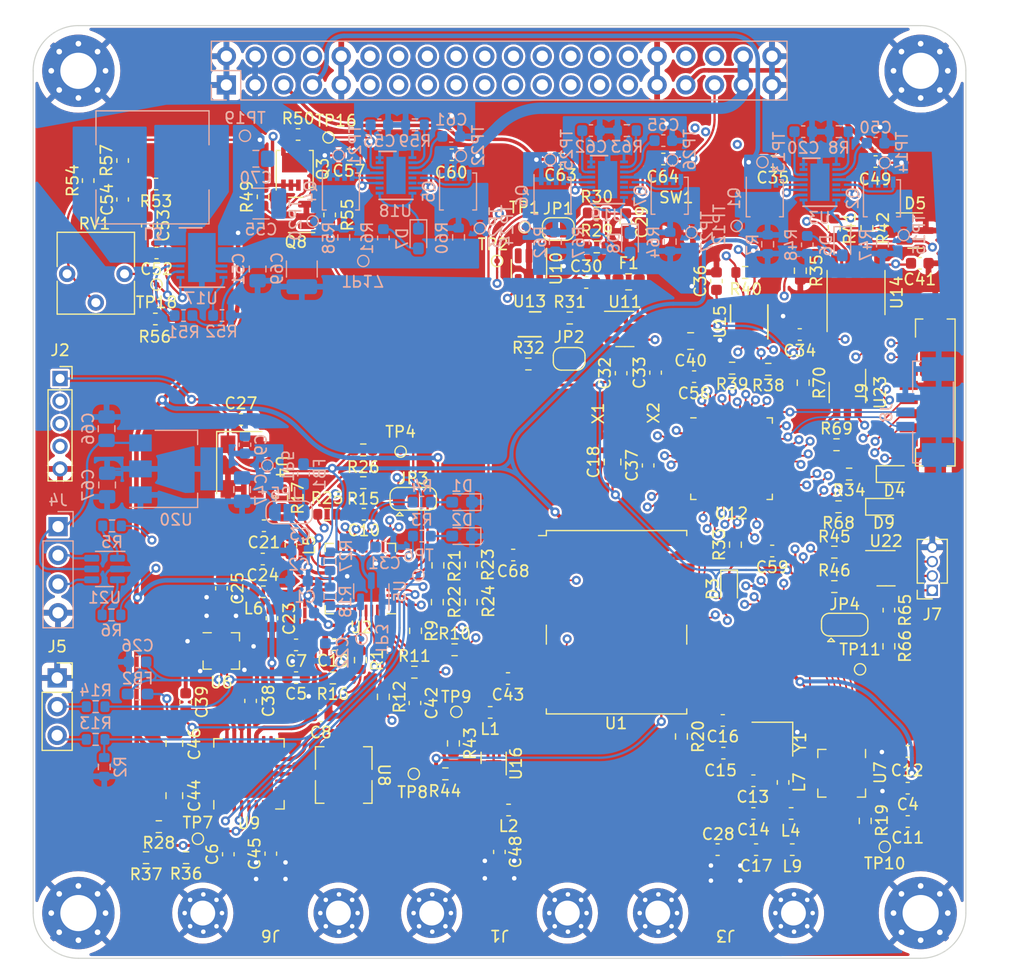
<source format=kicad_pcb>
(kicad_pcb (version 20211014) (generator pcbnew)

  (general
    (thickness 4.69)
  )

  (paper "A4")
  (layers
    (0 "F.Cu" signal)
    (1 "In1.Cu" signal)
    (2 "In2.Cu" signal)
    (31 "B.Cu" signal)
    (32 "B.Adhes" user "B.Adhesive")
    (33 "F.Adhes" user "F.Adhesive")
    (34 "B.Paste" user)
    (35 "F.Paste" user)
    (36 "B.SilkS" user "B.Silkscreen")
    (37 "F.SilkS" user "F.Silkscreen")
    (38 "B.Mask" user)
    (39 "F.Mask" user)
    (40 "Dwgs.User" user "User.Drawings")
    (41 "Cmts.User" user "User.Comments")
    (42 "Eco1.User" user "User.Eco1")
    (43 "Eco2.User" user "User.Eco2")
    (44 "Edge.Cuts" user)
    (45 "Margin" user)
    (46 "B.CrtYd" user "B.Courtyard")
    (47 "F.CrtYd" user "F.Courtyard")
    (48 "B.Fab" user)
    (49 "F.Fab" user)
    (50 "User.1" user)
    (51 "User.2" user)
    (52 "User.3" user)
    (53 "User.4" user)
    (54 "User.5" user)
    (55 "User.6" user)
    (56 "User.7" user)
    (57 "User.8" user)
    (58 "User.9" user)
  )

  (setup
    (stackup
      (layer "F.SilkS" (type "Top Silk Screen"))
      (layer "F.Paste" (type "Top Solder Paste"))
      (layer "F.Mask" (type "Top Solder Mask") (thickness 0.01))
      (layer "F.Cu" (type "copper") (thickness 0.035))
      (layer "dielectric 1" (type "core") (thickness 1.51) (material "FR4") (epsilon_r 4.5) (loss_tangent 0.02))
      (layer "In1.Cu" (type "copper") (thickness 0.035))
      (layer "dielectric 2" (type "prepreg") (thickness 1.51) (material "FR4") (epsilon_r 4.5) (loss_tangent 0.02))
      (layer "In2.Cu" (type "copper") (thickness 0.035))
      (layer "dielectric 3" (type "core") (thickness 1.51) (material "FR4") (epsilon_r 4.5) (loss_tangent 0.02))
      (layer "B.Cu" (type "copper") (thickness 0.035))
      (layer "B.Mask" (type "Bottom Solder Mask") (thickness 0.01))
      (layer "B.Paste" (type "Bottom Solder Paste"))
      (layer "B.SilkS" (type "Bottom Silk Screen"))
      (copper_finish "None")
      (dielectric_constraints no)
    )
    (pad_to_mask_clearance 0)
    (pcbplotparams
      (layerselection 0x00010fc_ffffffff)
      (disableapertmacros false)
      (usegerberextensions false)
      (usegerberattributes true)
      (usegerberadvancedattributes true)
      (creategerberjobfile true)
      (svguseinch false)
      (svgprecision 6)
      (excludeedgelayer true)
      (plotframeref false)
      (viasonmask false)
      (mode 1)
      (useauxorigin false)
      (hpglpennumber 1)
      (hpglpenspeed 20)
      (hpglpendiameter 15.000000)
      (dxfpolygonmode true)
      (dxfimperialunits true)
      (dxfusepcbnewfont true)
      (psnegative false)
      (psa4output false)
      (plotreference true)
      (plotvalue true)
      (plotinvisibletext false)
      (sketchpadsonfab false)
      (subtractmaskfromsilk false)
      (outputformat 1)
      (mirror false)
      (drillshape 1)
      (scaleselection 1)
      (outputdirectory "")
    )
  )

  (net 0 "")
  (net 1 "Net-(C1-Pad1)")
  (net 2 "GND")
  (net 3 "+3V3")
  (net 4 "/OpenLST (Beacon)/PA_VAPC")
  (net 5 "+3V8")
  (net 6 "/OpenLST (Beacon)/VDD_USB_LST")
  (net 7 "Net-(C12-Pad1)")
  (net 8 "Net-(C13-Pad2)")
  (net 9 "Net-(C15-Pad1)")
  (net 10 "Net-(C16-Pad1)")
  (net 11 "Net-(C17-Pad1)")
  (net 12 "Net-(C17-Pad2)")
  (net 13 "/MCU/MCU_POWER")
  (net 14 "Net-(C19-Pad1)")
  (net 15 "/3V3 power share/VCC_EN")
  (net 16 "Net-(C21-Pad2)")
  (net 17 "Net-(C22-Pad1)")
  (net 18 "Net-(C23-Pad2)")
  (net 19 "Net-(C24-Pad1)")
  (net 20 "Net-(C24-Pad2)")
  (net 21 "Net-(C25-Pad2)")
  (net 22 "Net-(C26-Pad1)")
  (net 23 "Net-(C29-Pad1)")
  (net 24 "/3V3 power share/EPS#1")
  (net 25 "Net-(C35-Pad2)")
  (net 26 "Net-(C38-Pad1)")
  (net 27 "Net-(C38-Pad2)")
  (net 28 "Net-(C39-Pad1)")
  (net 29 "Net-(C39-Pad2)")
  (net 30 "/MCU/VREF")
  (net 31 "Net-(C42-Pad1)")
  (net 32 "Net-(C43-Pad1)")
  (net 33 "Net-(C43-Pad2)")
  (net 34 "Net-(C45-Pad1)")
  (net 35 "Net-(C45-Pad2)")
  (net 36 "Net-(C48-Pad1)")
  (net 37 "Net-(C48-Pad2)")
  (net 38 "Net-(C49-Pad1)")
  (net 39 "/3V3 power share/EPS#2")
  (net 40 "Net-(C50-Pad1)")
  (net 41 "VIN")
  (net 42 "Net-(C52-Pad1)")
  (net 43 "Net-(C52-Pad2)")
  (net 44 "Net-(C53-Pad1)")
  (net 45 "Net-(C54-Pad1)")
  (net 46 "/Power Convertor/VBAT1/VCC_EN")
  (net 47 "/Power Convertor/EPS#1_VBAT")
  (net 48 "Net-(C57-Pad2)")
  (net 49 "Net-(C60-Pad1)")
  (net 50 "/Power Convertor/EPS#2_VBAT")
  (net 51 "Net-(C61-Pad1)")
  (net 52 "/5V power share/VCC_EN")
  (net 53 "/5V power share/EPS#1")
  (net 54 "Net-(C63-Pad2)")
  (net 55 "Net-(C64-Pad1)")
  (net 56 "/5V power share/EPS#2")
  (net 57 "Net-(C65-Pad1)")
  (net 58 "/OpenLST (Beacon)/USB_POWER_LST")
  (net 59 "Net-(D1-Pad2)")
  (net 60 "Net-(D2-Pad2)")
  (net 61 "Net-(D3-Pad1)")
  (net 62 "Net-(D4-Pad1)")
  (net 63 "/MCU/CAN_L")
  (net 64 "/MCU/CAN_H")
  (net 65 "Net-(D6-Pad1)")
  (net 66 "Net-(D6-Pad2)")
  (net 67 "Net-(D7-Pad1)")
  (net 68 "Net-(D7-Pad2)")
  (net 69 "Net-(D8-Pad1)")
  (net 70 "Net-(D8-Pad2)")
  (net 71 "Net-(D9-Pad1)")
  (net 72 "Net-(F1-Pad2)")
  (net 73 "Net-(FB1-Pad1)")
  (net 74 "/OpenLST (Beacon)/PROG_DD")
  (net 75 "/OpenLST (Beacon)/PROG_DC")
  (net 76 "/OpenLST (Beacon)/~{LST_RESET}")
  (net 77 "Net-(J4-Pad2)")
  (net 78 "Net-(J4-Pad3)")
  (net 79 "Net-(J5-Pad2)")
  (net 80 "Net-(J5-Pad3)")
  (net 81 "/MCU/USB_POWER")
  (net 82 "Net-(J7-Pad2)")
  (net 83 "Net-(J7-Pad3)")
  (net 84 "/MCU/SWCLK")
  (net 85 "/MCU/SWDIO")
  (net 86 "/MCU/QSPI_D1{slash}CAM_CSN")
  (net 87 "/MCU/QSPI_D2{slash}CAM_MOSI")
  (net 88 "/MCU/QSPI_D3{slash}CAM_MISO")
  (net 89 "/MCU/LED1_QSPI")
  (net 90 "+5V")
  (net 91 "/I2C_SDA")
  (net 92 "/I2C_SCL")
  (net 93 "unconnected-(J12-Pad6)")
  (net 94 "unconnected-(J12-Pad8)")
  (net 95 "unconnected-(J12-Pad11)")
  (net 96 "unconnected-(J12-Pad12)")
  (net 97 "unconnected-(J12-Pad13)")
  (net 98 "unconnected-(J12-Pad14)")
  (net 99 "unconnected-(J12-Pad15)")
  (net 100 "unconnected-(J12-Pad16)")
  (net 101 "unconnected-(J12-Pad17)")
  (net 102 "unconnected-(J12-Pad18)")
  (net 103 "/MCU/RS_485_~{B}")
  (net 104 "/MCU/RS_485_A")
  (net 105 "unconnected-(J12-Pad23)")
  (net 106 "unconnected-(J12-Pad24)")
  (net 107 "/MCU/LED1_CAM")
  (net 108 "/MCU/QSPI_SCK")
  (net 109 "/MCU/QSPI_NCS")
  (net 110 "unconnected-(J12-Pad34)")
  (net 111 "unconnected-(J12-Pad36)")
  (net 112 "Net-(JP1-Pad1)")
  (net 113 "/MCU/NRST")
  (net 114 "Net-(JP2-Pad1)")
  (net 115 "Net-(JP2-Pad2)")
  (net 116 "/OpenLST (Beacon)/RF_EN")
  (net 117 "/OpenLST (Beacon)/RF_EN_MCU")
  (net 118 "/OpenLST (Beacon)/RF_PWR_EN")
  (net 119 "Net-(JP4-Pad3)")
  (net 120 "/MCU/VDD_USB")
  (net 121 "Net-(L3-Pad1)")
  (net 122 "Net-(L3-Pad2)")
  (net 123 "Net-(L4-Pad1)")
  (net 124 "Net-(L4-Pad2)")
  (net 125 "Net-(Q1-Pad5)")
  (net 126 "Net-(Q1-Pad4)")
  (net 127 "Net-(Q2-Pad4)")
  (net 128 "Net-(Q2-Pad5)")
  (net 129 "Net-(Q3-Pad4)")
  (net 130 "Net-(Q3-Pad5)")
  (net 131 "Net-(Q4-Pad5)")
  (net 132 "Net-(Q4-Pad4)")
  (net 133 "Net-(Q5-Pad4)")
  (net 134 "Net-(Q5-Pad5)")
  (net 135 "Net-(Q6-Pad5)")
  (net 136 "Net-(Q6-Pad4)")
  (net 137 "Net-(Q7-Pad4)")
  (net 138 "Net-(Q7-Pad5)")
  (net 139 "/OpenLST (Beacon)/~{LST_RX_MODE}")
  (net 140 "/OpenLST (Beacon)/LST_TX_MODE")
  (net 141 "Net-(R3-Pad2)")
  (net 142 "Net-(R4-Pad2)")
  (net 143 "Net-(R5-Pad1)")
  (net 144 "/OpenLST (Beacon)/USB_N")
  (net 145 "/OpenLST (Beacon)/USB_P")
  (net 146 "Net-(R6-Pad2)")
  (net 147 "Net-(R8-Pad2)")
  (net 148 "Net-(R9-Pad1)")
  (net 149 "/OpenLST (Beacon)/UART0_CTS")
  (net 150 "Net-(R10-Pad1)")
  (net 151 "/OpenLST (Beacon)/UART0_RTS")
  (net 152 "Net-(R11-Pad1)")
  (net 153 "/OpenLST (Beacon)/UART0_RX")
  (net 154 "Net-(R12-Pad1)")
  (net 155 "/OpenLST (Beacon)/UART0_TX")
  (net 156 "Net-(R15-Pad2)")
  (net 157 "Net-(R16-Pad2)")
  (net 158 "Net-(R17-Pad1)")
  (net 159 "Net-(R17-Pad2)")
  (net 160 "Net-(R19-Pad2)")
  (net 161 "/OpenLST (Beacon)/AN0")
  (net 162 "/OpenLST (Beacon)/AN1")
  (net 163 "Net-(R25-Pad2)")
  (net 164 "/OpenLST (Beacon)/RF_BYP")
  (net 165 "Net-(R32-Pad1)")
  (net 166 "/MCU/LED2")
  (net 167 "/MCU/CAN_RS")
  (net 168 "/MCU/RS_485_R_EN")
  (net 169 "/MCU/RS_485_T_EN")
  (net 170 "Net-(R43-Pad2)")
  (net 171 "Net-(R44-Pad1)")
  (net 172 "Net-(R44-Pad2)")
  (net 173 "Net-(R45-Pad1)")
  (net 174 "/MCU/USB_N")
  (net 175 "/MCU/USB_P")
  (net 176 "Net-(R46-Pad2)")
  (net 177 "Net-(R51-Pad2)")
  (net 178 "Net-(R52-Pad1)")
  (net 179 "Net-(R54-Pad2)")
  (net 180 "Net-(R59-Pad2)")
  (net 181 "Net-(R63-Pad2)")
  (net 182 "unconnected-(U1-Pad1)")
  (net 183 "unconnected-(U1-Pad3)")
  (net 184 "/GPS Module/IRQ")
  (net 185 "unconnected-(U1-Pad5)")
  (net 186 "unconnected-(U1-Pad6)")
  (net 187 "/GPS Module/RESET")
  (net 188 "unconnected-(U1-Pad15)")
  (net 189 "unconnected-(U1-Pad16)")
  (net 190 "unconnected-(U1-Pad17)")
  (net 191 "/GPS Module/TXD")
  (net 192 "/GPS Module/RXD")
  (net 193 "unconnected-(U2-Pad8)")
  (net 194 "unconnected-(U2-Pad18)")
  (net 195 "unconnected-(U2-Pad20)")
  (net 196 "/MCU/NRF_CE")
  (net 197 "/MCU/NRF_SPI_CSN")
  (net 198 "/MCU/NRF_SPI_SCK")
  (net 199 "/MCU/NRF_SPI_MOSI")
  (net 200 "/MCU/NRF_SPI_MISO")
  (net 201 "/MCU/NRF_IRQ")
  (net 202 "Net-(U8-Pad2)")
  (net 203 "Net-(U8-Pad6)")
  (net 204 "unconnected-(U9-Pad14)")
  (net 205 "unconnected-(U9-Pad16)")
  (net 206 "unconnected-(U9-Pad25)")
  (net 207 "unconnected-(U10-Pad3)")
  (net 208 "/MCU/WDG_RESET")
  (net 209 "unconnected-(U11-Pad3)")
  (net 210 "unconnected-(U12-Pad1)")
  (net 211 "/MCU/LSE")
  (net 212 "/MCU/HSE")
  (net 213 "/MCU/CAN_RX")
  (net 214 "/MCU/CAN_TX")
  (net 215 "unconnected-(U13-Pad3)")
  (net 216 "/MCU/RS_485_R")
  (net 217 "/MCU/RS_485_T")
  (net 218 "unconnected-(U15-Pad7)")
  (net 219 "unconnected-(X1-Pad1)")
  (net 220 "unconnected-(U6-Pad4)")
  (net 221 "/camera/CAM_VCC")
  (net 222 "Net-(R70-Pad1)")

  (footprint "Capacitor_SMD:C_0805_2012Metric_Pad1.18x1.45mm_HandSolder" (layer "F.Cu") (at 143.1544 71.9044))

  (footprint "TCY_Buttons:KMT031NGJLHS" (layer "F.Cu") (at 141.8844 61.5881))

  (footprint "Resistor_SMD:R_0603_1608Metric" (layer "F.Cu") (at 98.5276 117.602))

  (footprint "Resistor_SMD:R_0603_1608Metric" (layer "F.Cu") (at 158.75 61.9252 -90))

  (footprint "Package_DFN_QFN:QFN-20-1EP_4x4mm_P0.5mm_EP2.5x2.5mm" (layer "F.Cu") (at 156.5148 110.1344 -90))

  (footprint "MountingHole:MountingHole_3.2mm_M3_Pad_Via" (layer "F.Cu") (at 163.5 122.5))

  (footprint "Resistor_SMD:R_0603_1608Metric" (layer "F.Cu") (at 120.8024 91.7448 90))

  (footprint "Capacitor_SMD:C_0603_1608Metric" (layer "F.Cu") (at 98.4905 103.8352 -90))

  (footprint "Resistor_SMD:R_0603_1608Metric" (layer "F.Cu") (at 147.9804 65.8368 180))

  (footprint "Inductor_SMD:L_0603_1608Metric" (layer "F.Cu") (at 107.7976 89.9668 -90))

  (footprint "Resistor_SMD:R_0603_1608Metric" (layer "F.Cu") (at 121.4628 110.1852))

  (footprint "MountingHole:MountingHole_3.2mm_M3_Pad_Via" (layer "F.Cu") (at 89 48))

  (footprint "Package_TO_SOT_SMD:SOT-23-6" (layer "F.Cu") (at 160.4386 91.9988))

  (footprint "Capacitor_SMD:C_0603_1608Metric" (layer "F.Cu") (at 105.41 88.2396))

  (footprint "Capacitor_SMD:C_0603_1608Metric" (layer "F.Cu") (at 127.4572 90.8304 180))

  (footprint "Capacitor_SMD:C_0603_1608Metric" (layer "F.Cu") (at 152.8064 71.3232 180))

  (footprint "Resistor_SMD:R_0603_1608Metric" (layer "F.Cu") (at 153.1112 75.5904 -90))

  (footprint "Capacitor_SMD:C_0603_1608Metric" (layer "F.Cu") (at 114.2492 87.2236 180))

  (footprint "Inductor_SMD:L_0603_1608Metric" (layer "F.Cu") (at 127.0508 113.3856))

  (footprint "RF_GPS:ublox_NEO" (layer "F.Cu") (at 136.6012 96.774))

  (footprint "Package_TO_SOT_SMD:SOT-23-6_Handsoldering" (layer "F.Cu") (at 157.0228 76.454 -90))

  (footprint "Capacitor_SMD:C_0603_1608Metric" (layer "F.Cu") (at 108.2548 98.7792 180))

  (footprint "Inductor_SMD:L_0603_1608Metric" (layer "F.Cu") (at 105.3344 59.1454 90))

  (footprint "Resistor_SMD:R_0603_1608Metric" (layer "F.Cu") (at 158.5976 114.3508 90))

  (footprint "Jumper:SolderJumper-2_P1.3mm_Open_RoundedPad1.0x1.5mm" (layer "F.Cu") (at 132.4108 73.4753 180))

  (footprint "Capacitor_SMD:C_0603_1608Metric" (layer "F.Cu") (at 118.7704 103.9238 90))

  (footprint "Jumper:SolderJumper-2_P1.3mm_Open_RoundedPad1.0x1.5mm" (layer "F.Cu") (at 131.4456 61.9945))

  (footprint "Inductor_SMD:L_0603_1608Metric" (layer "F.Cu") (at 95.8596 58.0136))

  (footprint "Capacitor_SMD:C_0603_1608Metric" (layer "F.Cu") (at 133.9218 66.7189))

  (footprint "Capacitor_SMD:C_0603_1608Metric" (layer "F.Cu") (at 127 101.7524 180))

  (footprint "Jumper:SolderJumper-3_P1.3mm_Open_RoundedPad1.0x1.5mm" (layer "F.Cu") (at 156.781 96.9871))

  (footprint "Capacitor_SMD:C_0603_1608Metric" (layer "F.Cu") (at 148.7046 113.6904))

  (footprint "MountingHole:MountingHole_3.2mm_M3_Pad_Via" (layer "F.Cu") (at 163.5 48))

  (footprint "Resistor_SMD:R_0603_1608Metric" (layer "F.Cu") (at 111.506 101.7016 180))

  (footprint "Resistor_SMD:R_0603_1608Metric" (layer "F.Cu") (at 118.8212 97.536 -90))

  (footprint "Resistor_SMD:R_0603_1608Metric" (layer "F.Cu") (at 134.8492 60.5721))

  (footprint "Resistor_SMD:R_0603_1608Metric" (layer "F.Cu") (at 157.1752 83.6676 180))

  (footprint "Capacitor_SMD:C_0603_1608Metric" (layer "F.Cu") (at 122.0216 55.4228))

  (footprint "TCY_Connector:TestPoint_Pad_D0.5mm" (layer "F.Cu") (at 122.428 104.6988))

  (footprint "Resistor_SMD:R_0603_1608Metric" (layer "F.Cu") (at 123.7488 94.996 90))

  (footprint "Resistor_SMD:R_0603_1608Metric" (layer "F.Cu") (at 115.9764 103.378 -90))

  (footprint "Connector_PinSocket_2.00mm:PinSocket_1x05_P2.00mm_Vertical" (layer "F.Cu") (at 87.376 75.216))

  (footprint "Capacitor_SMD:C_0603_1608Metric" (layer "F.Cu") (at 139.3952 82.9056 90))

  (footprint "Resistor_SMD:R_0603_1608Metric" (layer "F.Cu") (at 155.8666 90.5764 180))

  (footprint "Resistor_SMD:R_0603_1608Metric" (layer "F.Cu") (at 110.998 87.2236))

  (footprint "Resistor_SMD:R_0603_1608Metric" (layer "F.Cu") (at 113.9444 100.1268 90))

  (footprint "footprints:iPEX" (layer "F.Cu") (at 146.25 122.5 180))

  (footprint "Capacitor_SMD:C_0603_1608Metric" (layer "F.Cu") (at 145.542 116.8908 180))

  (footprint "TCY_Connector:TestPoint_Pad_D0.5mm" (layer "F.Cu") (at 158.1404 100.9396))

  (footprint "Capacitor_SMD:C_0603_1608Metric" (layer "F.Cu") (at 162.3568 114.4016 180))

  (footprint "Capacitor_SMD:C_0603_1608Metric" (layer "F.Cu") (at 112.9284 55.4228))

  (footprint "Inductor_SMD:L_0603_1608Metric" (layer "F.Cu") (at 151.3332 110.9472 -90))

  (footprint "Capacitor_SMD:C_0603_1608Metric" (layer "F.Cu") (at 137.414 61.3849 -90))

  (footprint "Capacitor_SMD:C_0603_1608Metric" (layer "F.Cu") (at 159.517223 56.0263))

  (footprint "Resistor_SMD:R_0603_1608Metric" (layer "F.Cu") (at 142.3416 106.8832 90))

  (footprint "Resistor_SMD:R_0603_1608Metric" (layer "F.Cu")
    (tedit 5F68FEEE) (tstamp 5bbc6932-e036-4b4c-8b6a-686539197712)
    (at 120.7516 94.996 90)
    (descr "Resistor SMD 0603 (1608 Metric), square (rectangular) end terminal, IPC_7351 nominal, (Body size source: IPC-SM-782 page 72, https://www.pcb-3d.com/wordpress/wp-content/uploads/ipc-sm-782a_amendment_1_and_2.pdf), generated with kicad-footprint-generator")
    (tags "resistor")
    (property "Manuf" "Yageo")
    (property "ManufPN" "RC0603JR-0710KL")
    (property "Sheetfile" "OpenLST.kicad_sch")
    (property "Sheetname" "OpenLST (Beacon)")
    (property "Supplier" "Digikey")
    (property "SupplierPN" "311-10KGRCT-ND")
    (path "/829b2795-9702-4633-a078-e2998d6d9402/00000000-0000-0000-0000-00005b2c5202")
    (attr smd)
    (fp_text reference "R22" (at 0 1.524 90) (layer "F.SilkS")
      (effects (font (size 1 1) (thickness 0.15)))
      (tstamp d1f66930-de28-435f-92cb-778b95ed7de4)
    )
    (fp_text value "10K" (at 0 1.43 90) (layer "F.Fab")
      (effects (font (size 1 1) (thickness 0.15)))
      (tstamp f899ba07-9201-4eae-a9f8-68d1323601e0)
    )
    (fp_text user "${REFERENCE}" (at 0 0 90) (layer "F.Fab")
      (effects (font (size 0.4 0.4) (thickness 0.06)))
      (tstamp 7318ea41-5f20-45a4-9d16-b40952ba4ef8)
    )
    (fp_line (start -0.237258 0.5225) (end 0.237258 0.5225) (layer "F.SilkS") (width 0.12) (tstamp 5c22ec33-3735-42eb-8050-ff56e7138556))
    (fp_line (start -0.237258 -0.5225) (end 0.237258 -0.5225) (layer "F.SilkS") (width 0.12) (tstamp ba30f4d8-52a8-4e4b-a527-ea4e1ca01d96))
    (fp_line (start 1.48 0.73) (end -1.48 0.73) (layer "F.CrtYd") (width 0.05) (tstamp af5360d6-8780-48b2-b308-763197580c02))
    (fp_line (start -1.48 0.73) (end -1.48 -0.73) (layer "F.CrtYd") (width 0.05) (tstamp cf401aa7-c067-468e-aa1d-6a943808a12a))
    (fp_line (start 1.48 -0.73) (end 1.48 0.73) (layer "F.CrtYd") (width 0.05) (tstamp ddb2abe3-cf38-486e-b7d8-33b4ea486987))
    (fp_line (start -1.48 -0.73) (end 1.48 -0.73) (layer "F.CrtYd") (width 0.05) (tstamp f6f347b7-d64d-4bad-b0d1-d31c54efcf57))
    (fp_line (start -0.8 -0.4125) (end 0.8 -0.4125) (layer "F.Fab") (width 0.1) (tstamp 203ed3d1-5fa5-45d8-a990-ebb6ffca60e2))
    (fp_line (start -0.8 0.4125) (end -0.8 -0.4125) (layer "F.Fab") (width 0.1) (tstamp 2de86dde-1ba6-4500-9110-c783e2d70d44))
    (fp_line (start 0.8 -0.4125) (end 0.8 0.4125) (layer "F.Fab") (width 0.1) (tstamp 7908357b-5a10-4ac1-9e82-3ac0fb2fabc7))
    (fp_line (start 0.8 0.4125) (end -0.8 0.4125) (layer "F.Fab") (width 0.1) (tstamp b932399c-1e18-4768-a243-a3f6b8d2eaa5))
    (pad "1" smd roundrect locked (at -0.825 0 90) (size 0.8 0.95) (layers "F.Cu" "F.Paste" "F.Mask
... [3092313 chars truncated]
</source>
